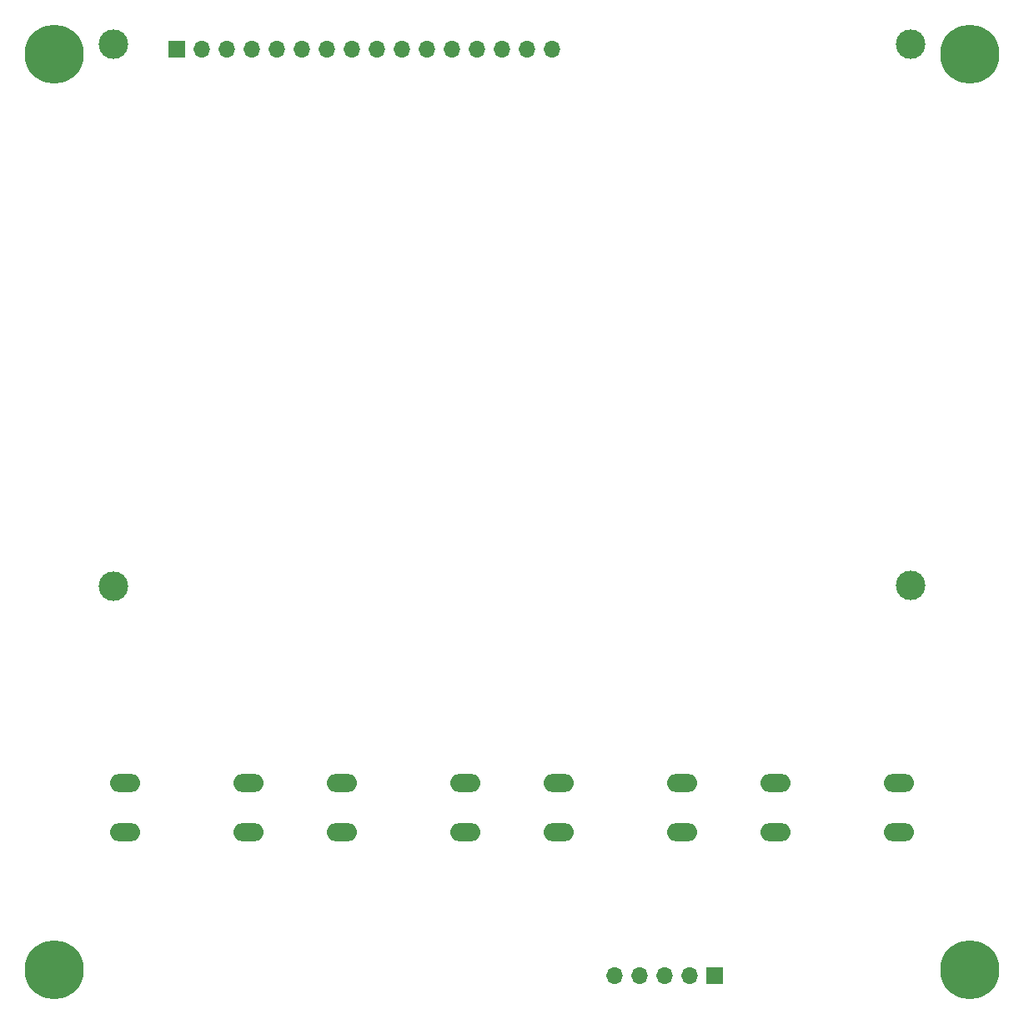
<source format=gbr>
%TF.GenerationSoftware,KiCad,Pcbnew,(6.0.8)*%
%TF.CreationDate,2023-03-03T00:49:48+05:30*%
%TF.ProjectId,STM32DryerPCB,53544d33-3244-4727-9965-725043422e6b,rev?*%
%TF.SameCoordinates,Original*%
%TF.FileFunction,Soldermask,Top*%
%TF.FilePolarity,Negative*%
%FSLAX46Y46*%
G04 Gerber Fmt 4.6, Leading zero omitted, Abs format (unit mm)*
G04 Created by KiCad (PCBNEW (6.0.8)) date 2023-03-03 00:49:48*
%MOMM*%
%LPD*%
G01*
G04 APERTURE LIST*
%ADD10C,6.000000*%
%ADD11O,3.048000X1.850000*%
%ADD12R,1.700000X1.700000*%
%ADD13O,1.700000X1.700000*%
%ADD14C,3.000000*%
G04 APERTURE END LIST*
D10*
%TO.C,H601*%
X-188400000Y-26000000D03*
%TD*%
D11*
%TO.C,SW602*%
X-124640000Y-100000000D03*
X-137140000Y-100000000D03*
X-137140000Y-105000000D03*
X-124640000Y-105000000D03*
%TD*%
D12*
%TO.C,J603*%
X-121300000Y-119600000D03*
D13*
X-123840000Y-119600000D03*
X-126380000Y-119600000D03*
X-128920000Y-119600000D03*
X-131460000Y-119600000D03*
%TD*%
D10*
%TO.C,H602*%
X-95400000Y-26000000D03*
%TD*%
%TO.C,H604*%
X-95400000Y-119000000D03*
%TD*%
D14*
%TO.C,H601*%
X-182400000Y-80000000D03*
%TD*%
D11*
%TO.C,SW604*%
X-168640000Y-100000000D03*
X-181140000Y-100000000D03*
X-168640000Y-105000000D03*
X-181140000Y-105000000D03*
%TD*%
%TO.C,SW601*%
X-102640000Y-100000000D03*
X-115140000Y-100000000D03*
X-115140000Y-105000000D03*
X-102640000Y-105000000D03*
%TD*%
%TO.C,SW603*%
X-146640000Y-100000000D03*
X-159140000Y-100000000D03*
X-146640000Y-105000000D03*
X-159140000Y-105000000D03*
%TD*%
D12*
%TO.C,J602*%
X-175900000Y-25500000D03*
D13*
X-173360000Y-25500000D03*
X-170820000Y-25500000D03*
X-168280000Y-25500000D03*
X-165740000Y-25500000D03*
X-163200000Y-25500000D03*
X-160660000Y-25500000D03*
X-158120000Y-25500000D03*
X-155580000Y-25500000D03*
X-153040000Y-25500000D03*
X-150500000Y-25500000D03*
X-147960000Y-25500000D03*
X-145420000Y-25500000D03*
X-142880000Y-25500000D03*
X-140340000Y-25500000D03*
X-137800000Y-25500000D03*
%TD*%
D14*
%TO.C,H601*%
X-182400000Y-25000000D03*
%TD*%
%TO.C,H601*%
X-101400000Y-25000000D03*
%TD*%
D10*
%TO.C,H603*%
X-188400000Y-119000000D03*
%TD*%
D14*
%TO.C,H601*%
X-101400000Y-79900000D03*
%TD*%
M02*

</source>
